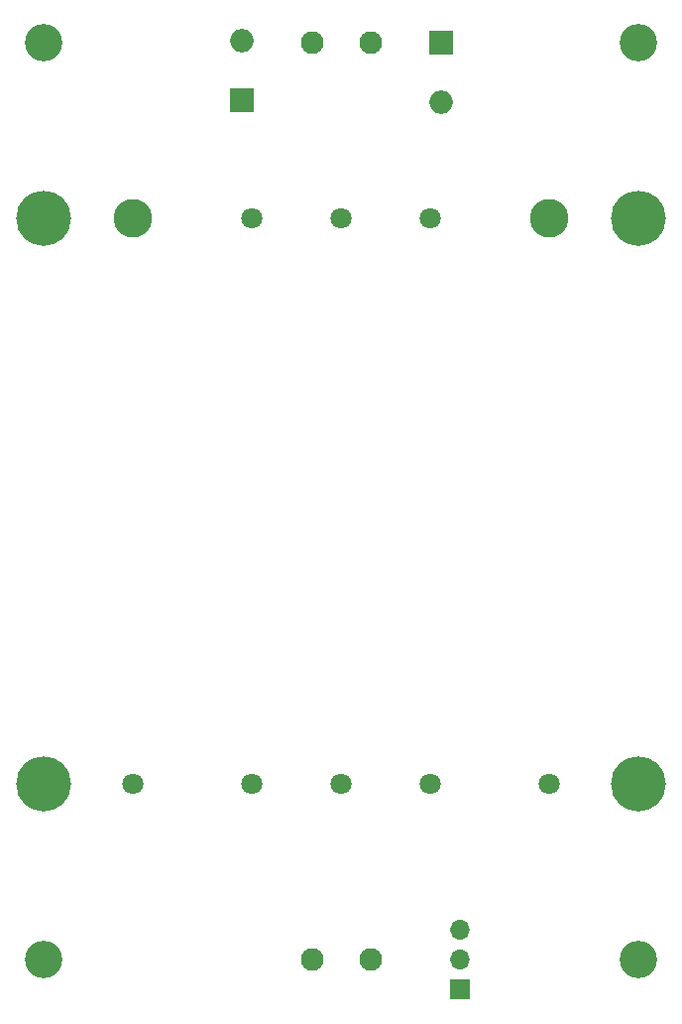
<source format=gbr>
%TF.GenerationSoftware,KiCad,Pcbnew,7.0.1*%
%TF.CreationDate,2023-05-04T12:42:05+02:00*%
%TF.ProjectId,traco_breakout_minimal,74726163-6f5f-4627-9265-616b6f75745f,rev?*%
%TF.SameCoordinates,Original*%
%TF.FileFunction,Soldermask,Bot*%
%TF.FilePolarity,Negative*%
%FSLAX46Y46*%
G04 Gerber Fmt 4.6, Leading zero omitted, Abs format (unit mm)*
G04 Created by KiCad (PCBNEW 7.0.1) date 2023-05-04 12:42:05*
%MOMM*%
%LPD*%
G01*
G04 APERTURE LIST*
%ADD10R,1.700000X1.700000*%
%ADD11O,1.700000X1.700000*%
%ADD12C,1.950000*%
%ADD13C,3.200000*%
%ADD14C,1.800000*%
%ADD15C,3.300000*%
%ADD16C,4.700000*%
%ADD17R,2.000000X2.000000*%
%ADD18O,2.000000X2.000000*%
G04 APERTURE END LIST*
D10*
%TO.C,J2*%
X141160000Y-141690000D03*
D11*
X141160000Y-139150000D03*
X141160000Y-136610000D03*
%TD*%
D12*
%TO.C,J3*%
X128500000Y-60890000D03*
X133500000Y-60890000D03*
%TD*%
D13*
%TO.C,H3*%
X156400000Y-139150000D03*
%TD*%
D12*
%TO.C,J1*%
X133500000Y-139150000D03*
X128500000Y-139150000D03*
%TD*%
D14*
%TO.C,PS1*%
X148780000Y-124150000D03*
X138620000Y-124150000D03*
X123380000Y-124150000D03*
X113220000Y-124150000D03*
D15*
X148780000Y-75890000D03*
D14*
X138620000Y-75890000D03*
X131000000Y-75890000D03*
X123380000Y-75890000D03*
D15*
X113220000Y-75890000D03*
D14*
X131000000Y-124150000D03*
D16*
X156400000Y-124150000D03*
X105600000Y-124150000D03*
X105600000Y-75890000D03*
X156400000Y-75890000D03*
%TD*%
D13*
%TO.C,H2*%
X156400000Y-60890000D03*
%TD*%
D17*
%TO.C,R1*%
X122500000Y-65800000D03*
D18*
X122500000Y-60720000D03*
%TD*%
D17*
%TO.C,R2*%
X139500000Y-60900000D03*
D18*
X139500000Y-65980000D03*
%TD*%
D13*
%TO.C,H1*%
X105600000Y-139150000D03*
%TD*%
%TO.C,H4*%
X105600000Y-60890000D03*
%TD*%
M02*

</source>
